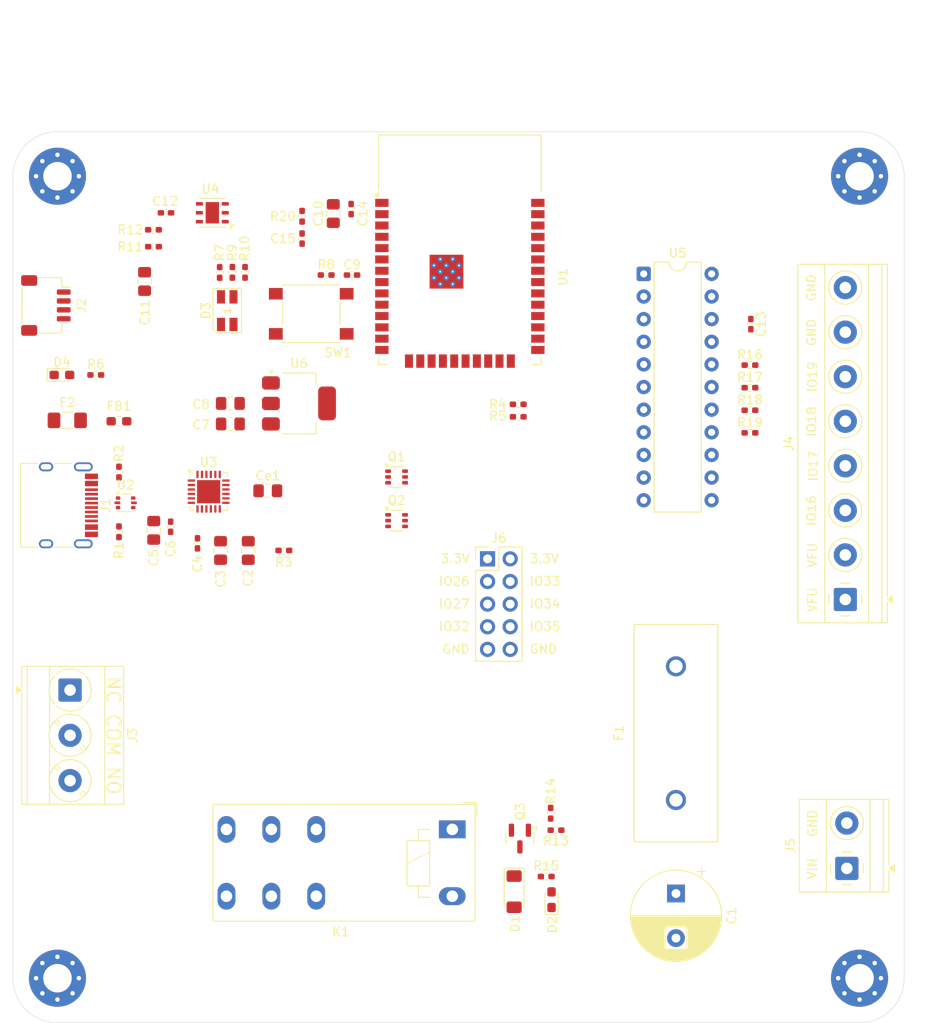
<source format=kicad_pcb>
(kicad_pcb (version 20241229) (generator "pcbnew") (generator_version "9.0")
  (layers (0 "F.Cu" signal) (4 "In1.Cu" signal) (6 "In2.Cu" signal) (2 "B.Cu" signal) (13 "F.Paste" user) (15 "B.Paste" user) (5 "F.SilkS" user "F.Silkscreen") (7 "B.SilkS" user "B.Silkscreen") (1 "F.Mask" user) (3 "B.Mask" user) (25 "Edge.Cuts" user))
  (net 0 "")
  (net 1 "Net-(J5-Pin_1)")
  (net 2 "GND")
  (net 3 "+5V")
  (net 4 "+3.3VA")
  (net 5 "+3.3V")
  (net 6 "/SW")
  (net 7 "Net-(C15-Pad1)")
  (net 8 "Net-(U3-VPP)")
  (net 9 "Net-(D1-A)")
  (net 10 "Net-(D2-A)")
  (net 11 "Net-(D3-BK)")
  (net 12 "Net-(D3-RK)")
  (net 13 "Net-(D3-GK)")
  (net 14 "Net-(D4-A)")
  (net 15 "Net-(J4-Pin_1)")
  (net 16 "Net-(F2-Pad1)")
  (net 17 "+5VP")
  (net 18 "Net-(J1-D--PadA7)")
  (net 19 "Net-(J1-CC1)")
  (net 22 "Net-(J1-D+-PadA6)")
  (net 23 "Net-(J1-CC2)")
  (net 24 "/SCL")
  (net 25 "/SDA")
  (net 26 "Net-(J3-Pin_2)")
  (net 27 "Net-(J3-Pin_3)")
  (net 28 "Net-(J3-Pin_1)")
  (net 29 "Net-(J4-Pin_5)")
  (net 30 "Net-(J4-Pin_4)")
  (net 31 "Net-(J4-Pin_3)")
  (net 32 "Net-(J4-Pin_6)")
  (net 33 "/GPIO34")
  (net 34 "/GPIO35")
  (net 35 "/GPIO32")
  (net 36 "/GPIO26")
  (net 37 "/GPIO27")
  (net 38 "/GPIO33")
  (net 39 "/RTS")
  (net 40 "/IO0")
  (net 41 "/DTR")
  (net 42 "Net-(Q3-B)")
  (net 43 "Net-(U3-~{RST})")
  (net 44 "Net-(U3-TXD)")
  (net 45 "/RX")
  (net 46 "Net-(U3-RXD)")
  (net 47 "/TX")
  (net 48 "/LED_R")
  (net 49 "/LED_G")
  (net 50 "/LED_B")
  (net 51 "/RELAY")
  (net 52 "Net-(U5-B0)")
  (net 53 "Net-(U5-B1)")
  (net 54 "Net-(U5-B2)")
  (net 55 "Net-(U5-B3)")
  (net 67 "/LEDSTR3")
  (net 68 "/LEDSTR4")
  (net 70 "/LEDSTR1")
  (net 71 "/LEDSTR2")
  (net 73 "Net-(U3-D+)")
  (net 74 "Net-(U3-D-)")
  (footprint "MountingHole:MountingHole_3.2mm_M3_Pad_Via" (layer "F.Cu") (at 63.6 142.5)
    (property "Reference" "H3" (hide yes))
    (property "Value" "Hole_Pad")
    (pad "1" thru_hole circle (at -2.4 0) (size 0.8 0.8) (drill 0.5) (layers "*.Cu" "*.Mask") (net 2 "GND"))
    (pad "1" thru_hole circle (at -1.697056 -1.697056) (size 0.8 0.8) (drill 0.5) (layers "*.Cu" "*.Mask") (net 2 "GND"))
    (pad "1" thru_hole circle (at -1.697056 1.697056) (size 0.8 0.8) (drill 0.5) (layers "*.Cu" "*.Mask") (net 2 "GND"))
    (pad "1" thru_hole circle (at 0 -2.4) (size 0.8 0.8) (drill 0.5) (layers "*.Cu" "*.Mask") (net 2 "GND"))
    (pad "1" thru_hole circle (at 0 0) (size 6.4 6.4) (drill 3.2) (layers "*.Cu" "*.Mask") (net 2 "GND"))
    (pad "1" thru_hole circle (at 0 2.4) (size 0.8 0.8) (drill 0.5) (layers "*.Cu" "*.Mask") (net 2 "GND"))
    (pad "1" thru_hole circle (at 1.697056 -1.697056) (size 0.8 0.8) (drill 0.5) (layers "*.Cu" "*.Mask") (net 2 "GND"))
    (pad "1" thru_hole circle (at 1.697056 1.697056) (size 0.8 0.8) (drill 0.5) (layers "*.Cu" "*.Mask") (net 2 "GND"))
    (pad "1" thru_hole circle (at 2.4 0) (size 0.8 0.8) (drill 0.5) (layers "*.Cu" "*.Mask") (net 2 "GND"))
  )
  (footprint "Relay_THT:Relay_SPDT_Schrack-RT1-16A-FormC_RM5mm" (layer "F.Cu") (at 107.9 125.8 180)
    (property "Reference" "K1" (at 12.5 -11.5 0) (layer "F.SilkS"))
    (property "Value" "RT314A05")
    (pad "11" thru_hole oval (at 20.3 -7.5) (size 2 3) (drill 1.3) (layers "*.Cu" "*.Mask") (net 26 "Net-(J3-Pin_2)"))
    (pad "11" thru_hole oval (at 20.3 0) (size 2 3) (drill 1.3) (layers "*.Cu" "*.Mask") (net 26 "Net-(J3-Pin_2)"))
    (pad "12" thru_hole oval (at 15.26 -7.5) (size 2 3) (drill 1.3) (layers "*.Cu" "*.Mask") (net 28 "Net-(J3-Pin_1)"))
    (pad "12" thru_hole oval (at 15.26 0) (size 2 3) (drill 1.3) (layers "*.Cu" "*.Mask") (net 28 "Net-(J3-Pin_1)"))
    (pad "14" thru_hole oval (at 25.34 -7.5) (size 2 3) (drill 1.3) (layers "*.Cu" "*.Mask") (net 27 "Net-(J3-Pin_3)"))
    (pad "14" thru_hole oval (at 25.34 0) (size 2 3) (drill 1.3) (layers "*.Cu" "*.Mask") (net 27 "Net-(J3-Pin_3)"))
    (pad "A1" thru_hole rect (at 0 0) (size 3 2) (drill 1.3) (layers "*.Cu" "*.Mask") (net 3 "+5V"))
    (pad "A2" thru_hole oval (at 0 -7.5) (size 3 2) (drill 1.3) (layers "*.Cu" "*.Mask") (net 9 "Net-(D1-A)"))
  )
  (footprint "TerminalBlock_Phoenix:TerminalBlock_Phoenix_MKDS-1,5-8_1x08_P5.00mm_Horizontal" (layer "F.Cu") (at 152 100 90)
    (property "Reference" "J4" (at 17.5 -6.32 90) (layer "F.SilkS"))
    (property "Value" "Screw_Terminal_01x08")
    (pad "1" thru_hole roundrect (at 0 0 90) (size 2.6 2.6) (drill 1.3) (layers "*.Cu" "*.Mask") (roundrect_rratio 0.096154) (net 15 "Net-(J4-Pin_1)"))
    (pad "2" thru_hole circle (at 5 0 90) (size 2.6 2.6) (drill 1.3) (layers "*.Cu" "*.Mask") (net 15 "Net-(J4-Pin_1)"))
    (pad "3" thru_hole circle (at 10 0 90) (size 2.6 2.6) (drill 1.3) (layers "*.Cu" "*.Mask") (net 31 "Net-(J4-Pin_3)"))
    (pad "4" thru_hole circle (at 15 0 90) (size 2.6 2.6) (drill 1.3) (layers "*.Cu" "*.Mask") (net 30 "Net-(J4-Pin_4)"))
    (pad "5" thru_hole circle (at 20 0 90) (size 2.6 2.6) (drill 1.3) (layers "*.Cu" "*.Mask") (net 29 "Net-(J4-Pin_5)"))
    (pad "6" thru_hole circle (at 25 0 90) (size 2.6 2.6) (drill 1.3) (layers "*.Cu" "*.Mask") (net 32 "Net-(J4-Pin_6)"))
    (pad "7" thru_hole circle (at 30 0 90) (size 2.6 2.6) (drill 1.3) (layers "*.Cu" "*.Mask") (net 2 "GND"))
    (pad "8" thru_hole circle (at 35 0 90) (size 2.6 2.6) (drill 1.3) (layers "*.Cu" "*.Mask") (net 2 "GND"))
  )
  (footprint "Connector_USB:USB_C_Receptacle_HRO_TYPE-C-31-M-12" (layer "F.Cu") (at 63.3725 89.4325 -90)
    (property "Reference" "J1" (at 0 -5.645 90) (layer "F.SilkS"))
    (property "Value" "USB_C_Receptacle_USB2.0_16P")
    (pad "" np_thru_hole circle (at -2.89 -2.6 270) (size 0.65 0.65) (drill 0.65) (layers "*.Cu" "*.Mask"))
    (pad "" np_thru_hole circle (at 2.89 -2.6 270) (size 0.65 0.65) (drill 0.65) (layers "*.Cu" "*.Mask"))
    (pad "A1" smd rect (at -3.25 -4.045 270) (size 0.6 1.45) (layers "F.Cu" "F.Mask" "F.Paste") (net 2 "GND"))
    (pad "A4" smd rect (at -2.45 -4.045 270) (size 0.6 1.45) (layers "F.Cu" "F.Mask" "F.Paste") (net 17 "+5VP"))
    (pad "A5" smd rect (at -1.25 -4.045 270) (size 0.3 1.45) (layers "F.Cu" "F.Mask" "F.Paste") (net 19 "Net-(J1-CC1)"))
    (pad "A6" smd rect (at -0.25 -4.045 270) (size 0.3 1.45) (layers "F.Cu" "F.Mask" "F.Paste") (net 22 "Net-(J1-D+-PadA6)"))
    (pad "A7" smd rect (at 0.25 -4.045 270) (size 0.3 1.45) (layers "F.Cu" "F.Mask" "F.Paste") (net 18 "Net-(J1-D--PadA7)"))
    (pad "A8" smd rect (at 1.25 -4.045 270) (size 0.3 1.45) (layers "F.Cu" "F.Mask" "F.Paste"))
    (pad "A9" smd rect (at 2.45 -4.045 270) (size 0.6 1.45) (layers "F.Cu" "F.Mask" "F.Paste") (net 17 "+5VP"))
    (pad "A12" smd rect (at 3.25 -4.045 270) (size 0.6 1.45) (layers "F.Cu" "F.Mask" "F.Paste") (net 2 "GND"))
    (pad "B1" smd rect (at 3.25 -4.045 270) (size 0.6 1.45) (layers "F.Cu" "F.Mask" "F.Paste") (net 2 "GND"))
    (pad "B4" smd rect (at 2.45 -4.045 270) (size 0.6 1.45) (layers "F.Cu" "F.Mask" "F.Paste") (net 17 "+5VP"))
    (pad "B5" smd rect (at 1.75 -4.045 270) (size 0.3 1.45) (layers "F.Cu" "F.Mask" "F.Paste") (net 23 "Net-(J1-CC2)"))
    (pad "B6" smd rect (at 0.75 -4.045 270) (size 0.3 1.45) (layers "F.Cu" "F.Mask" "F.Paste") (net 22 "Net-(J1-D+-PadA6)"))
    (pad "B7" smd rect (at -0.75 -4.045 270) (size 0.3 1.45) (layers "F.Cu" "F.Mask" "F.Paste") (net 18 "Net-(J1-D--PadA7)"))
    (pad "B8" smd rect (at -1.75 -4.045 270) (size 0.3 1.45) (layers "F.Cu" "F.Mask" "F.Paste"))
    (pad "B9" smd rect (at -2.45 -4.045 270) (size 0.6 1.45) (layers "F.Cu" "F.Mask" "F.Paste") (net 17 "+5VP"))
    (pad "B12" smd rect (at -3.25 -4.045 270) (size 0.6 1.45) (layers "F.Cu" "F.Mask" "F.Paste") (net 2 "GND"))
    (pad "S1" thru_hole oval (at -4.32 -3.13 270) (size 1 2.1) (drill oval 0.6 1.7) (property pad_prop_heatsink) (layers "*.Cu" "*.Mask") (net 2 "GND"))
    (pad "S1" thru_hole oval (at -4.32 1.05 270) (size 1 1.6) (drill oval 0.6 1.2) (property pad_prop_heatsink) (layers "*.Cu" "*.Mask") (net 2 "GND"))
    (pad "S1" thru_hole oval (at 4.32 -3.13 270) (size 1 2.1) (drill oval 0.6 1.7) (property pad_prop_heatsink) (layers "*.Cu" "*.Mask") (net 2 "GND"))
    (pad "S1" thru_hole oval (at 4.32 1.05 270) (size 1 1.6) (drill oval 0.6 1.2) (property pad_prop_heatsink) (layers "*.Cu" "*.Mask") (net 2 "GND"))
  )
  (footprint "Capacitor_SMD:C_0805_2012Metric_Pad1.18x1.45mm_HandSolder" (layer "F.Cu") (at 94.55 56.69 90)
    (property "Reference" "C10" (at 0 -1.68 90) (layer "F.SilkS"))
    (property "Value" "22u")
    (pad "1" smd roundrect (at -1.0375 0 90) (size 1.175 1.45) (layers "F.Cu" "F.Mask" "F.Paste") (roundrect_rratio 0.212766) (net 5 "+3.3V"))
    (pad "2" smd roundrect (at 1.0375 0 90) (size 1.175 1.45) (layers "F.Cu" "F.Mask" "F.Paste") (roundrect_rratio 0.212766) (net 2 "GND"))
  )
  (footprint "Resistor_SMD:R_0402_1005Metric_Pad0.72x0.64mm_HandSolder" (layer "F.Cu") (at 83.225 63.29 -90)
    (property "Reference" "R9" (at -2.213809 0 90) (layer "F.SilkS"))
    (property "Value" "1K")
    (pad "1" smd roundrect (at -0.5975 0 270) (size 0.715 0.64) (layers "F.Cu" "F.Mask" "F.Paste") (net 49 "/LED_G"))
    (pad "2" smd roundrect (at 0.5975 0 270) (size 0.715 0.64) (layers "F.Cu" "F.Mask" "F.Paste") (net 13 "Net-(D3-GK)"))
  )
  (footprint "Capacitor_SMD:C_0402_1005Metric_Pad0.74x0.62mm_HandSolder" (layer "F.Cu") (at 91.05 59.495 -90)
    (property "Reference" "C15" (at 0.005 2.15 180) (layer "F.SilkS"))
    (property "Value" "100n")
    (pad "1" smd roundrect (at -0.5675 0 270) (size 0.735 0.62) (layers "F.Cu" "F.Mask" "F.Paste") (net 7 "Net-(C15-Pad1)"))
    (pad "2" smd roundrect (at 0.5675 0 270) (size 0.735 0.62) (layers "F.Cu" "F.Mask" "F.Paste") (net 2 "GND"))
  )
  (footprint "MountingHole:MountingHole_3.2mm_M3_Pad_Via" (layer "F.Cu") (at 153.6 52.5)
    (property "Reference" "H2" (hide yes))
    (property "Value" "Hole_Pad")
    (pad "1" thru_hole circle (at -2.4 0) (size 0.8 0.8) (drill 0.5) (layers "*.Cu" "*.Mask") (net 2 "GND"))
    (pad "1" thru_hole circle (at -1.697056 -1.697056) (size 0.8 0.8) (drill 0.5) (layers "*.Cu" "*.Mask") (net 2 "GND"))
    (pad "1" thru_hole circle (at -1.697056 1.697056) (size 0.8 0.8) (drill 0.5) (layers "*.Cu" "*.Mask") (net 2 "GND"))
    (pad "1" thru_hole circle (at 0 -2.4) (size 0.8 0.8) (drill 0.5) (layers "*.Cu" "*.Mask") (net 2 "GND"))
    (pad "1" thru_hole circle (at 0 0) (size 6.4 6.4) (drill 3.2) (layers "*.Cu" "*.Mask") (net 2 "GND"))
    (pad "1" thru_hole circle (at 0 2.4) (size 0.8 0.8) (drill 0.5) (layers "*.Cu" "*.Mask") (net 2 "GND"))
    (pad "1" thru_hole circle (at 1.697056 -1.697056) (size 0.8 0.8) (drill 0.5) (layers "*.Cu" "*.Mask") (net 2 "GND"))
    (pad "1" thru_hole circle (at 1.697056 1.697056) (size 0.8 0.8) (drill 0.5) (layers "*.Cu" "*.Mask") (net 2 "GND"))
    (pad "1" thru_hole circle (at 2.4 0) (size 0.8 0.8) (drill 0.5) (layers "*.Cu" "*.Mask") (net 2 "GND"))
  )
  (footprint "Resistor_SMD:R_0402_1005Metric_Pad0.72x0.64mm_HandSolder" (layer "F.Cu") (at 115.3 79.5)
    (property "Reference" "R5" (at -2.3 -0.1 0) (layer "F.SilkS"))
    (property "Value" "22R")
    (pad "1" smd roundrect (at -0.5975 0) (size 0.715 0.64) (layers "F.Cu" "F.Mask" "F.Paste") (net 46 "Net-(U3-RXD)"))
    (pad "2" smd roundrect (at 0.5975 0) (size 0.715 0.64) (layers "F.Cu" "F.Mask" "F.Paste") (net 47 "/TX"))
  )
  (footprint "Package_TO_SOT_SMD:SOT-363_SC-70-6" (layer "F.Cu") (at 101.65 91.15)
    (property "Reference" "Q2" (at 0 -2.25 0) (layer "F.SilkS"))
    (property "Value" "UMH3N")
    (pad "1" smd roundrect (at -0.95 -0.65) (size 0.65 0.4) (layers "F.Cu" "F.Mask" "F.Paste") (net 5 "+3.3V"))
    (pad "2" smd roundrect (at -0.95 0) (size 0.65 0.4) (layers "F.Cu" "F.Mask" "F.Paste") (net 41 "/DTR"))
    (pad "3" smd roundrect (at -0.95 0.65) (size 0.65 0.4) (layers "F.Cu" "F.Mask" "F.Paste") (net 39 "/RTS"))
    (pad "4" smd roundrect (at 0.95 0.65) (size 0.65 0.4) (layers "F.Cu" "F.Mask" "F.Paste") (net 5 "+3.3V"))
    (pad "5" smd roundrect (at 0.95 0) (size 0.65 0.4) (layers "F.Cu" "F.Mask" "F.Paste") (net 41 "/DTR"))
    (pad "6" smd roundrect (at 0.95 -0.65) (size 0.65 0.4) (layers "F.Cu" "F.Mask" "F.Paste") (net 39 "/RTS"))
  )
  (footprint "Resistor_SMD:R_0402_1005Metric_Pad0.72x0.64mm_HandSolder" (layer "F.Cu") (at 74.375 60.41)
    (property "Reference" "R11" (at -2.6 0 0) (layer "F.SilkS"))
    (property "Value" "4u7")
    (pad "1" smd roundrect (at -0.5975 0) (size 0.715 0.64) (layers "F.Cu" "F.Mask" "F.Paste") (net 5 "+3.3V"))
    (pad "2" smd roundrect (at 0.5975 0) (size 0.715 0.64) (layers "F.Cu" "F.Mask" "F.Paste") (net 25 "/SDA"))
  )
  (footprint "Capacitor_SMD:C_0402_1005Metric_Pad0.74x0.62mm_HandSolder" (layer "F.Cu") (at 141.4 69.1 -90)
    (property "Reference" "C13" (at 0 -1.16 90) (layer "F.SilkS"))
    (property "Value" "100n")
    (pad "1" smd roundrect (at -0.5675 0 270) (size 0.735 0.62) (layers "F.Cu" "F.Mask" "F.Paste") (net 3 "+5V"))
    (pad "2" smd roundrect (at 0.5675 0 270) (size 0.735 0.62) (layers "F.Cu" "F.Mask" "F.Paste") (net 2 "GND"))
  )
  (footprint "Resistor_SMD:R_0402_1005Metric_Pad0.72x0.64mm_HandSolder" (layer "F.Cu") (at 118.44 131.09 180)
    (property "Reference" "R15" (at 0 1.2 0) (layer "F.SilkS"))
    (property "Value" "1K")
    (pad "1" smd roundrect (at -0.5975 0 180) (size 0.715 0.64) (layers "F.Cu" "F.Mask" "F.Paste") (net 10 "Net-(D2-A)"))
    (pad "2" smd roundrect (at 0.5975 0 180) (size 0.715 0.64) (layers "F.Cu" "F.Mask" "F.Paste") (net 3 "+5V"))
  )
  (footprint "Capacitor_SMD:C_0805_2012Metric_Pad1.18x1.45mm_HandSolder" (layer "F.Cu") (at 83 80.3 180)
    (property "Reference" "C7" (at 3.3 -0.1 0) (layer "F.SilkS"))
    (property "Value" "22u")
    (pad "1" smd roundrect (at -1.0375 0 180) (size 1.175 1.45) (layers "F.Cu" "F.Mask" "F.Paste") (roundrect_rratio 0.212766) (net 3 "+5V"))
    (pad "2" smd roundrect (at 1.0375 0 180) (size 1.175 1.45) (layers "F.Cu" "F.Mask" "F.Paste") (roundrect_rratio 0.212766) (net 2 "GND"))
  )
  (footprint "Resistor_SMD:R_0402_1005Metric_Pad0.72x0.64mm_HandSolder" (layer "F.Cu") (at 141.3 78.766667)
    (property "Reference" "R18" (at 0 -1.17 0) (layer "F.SilkS"))
    (property "Value" "22R")
    (pad "1" smd roundrect (at -0.5975 0) (size 0.715 0.64) (layers "F.Cu" "F.Mask" "F.Paste") (net 54 "Net-(U5-B2)"))
    (pad "2" smd roundrect (at 0.5975 0) (size 0.715 0.64) (layers "F.Cu" "F.Mask" "F.Paste") (net 29 "Net-(J4-Pin_5)"))
  )
  (footprint "Resistor_SMD:R_0402_1005Metric_Pad0.72x0.64mm_HandSolder" (layer "F.Cu") (at 118.94 123.99 -90)
    (property "Reference" "R14" (at -2.5 0 90) (layer "F.SilkS"))
    (property "Value" "1K")
    (pad "1" smd roundrect (at -0.5975 0 270) (size 0.715 0.64) (layers "F.Cu" "F.Mask" "F.Paste") (net 51 "/RELAY"))
    (pad "2" smd roundrect (at 0.5975 0 270) (size 0.715 0.64) (layers "F.Cu" "F.Mask" "F.Paste") (net 42 "Net-(Q3-B)"))
  )
  (footprint "Capacitor_SMD:C_0402_1005Metric_Pad0.74x0.62mm_HandSolder" (layer "F.Cu") (at 79.31 93.7 -90)
    (property "Reference" "C4" (at 2.3 0.01 90) (layer "F.SilkS"))
    (property "Value" "100n")
    (pad "1" smd roundrect (at -0.5675 0 270) (size 0.735 0.62) (layers "F.Cu" "F.Mask" "F.Paste") (net 3 "+5V"))
    (pad "2" smd roundrect (at 0.5675 0 270) (size 0.735 0.62) (layers "F.Cu" "F.Mask" "F.Paste") (net 2 "GND"))
  )
  (footprint "MountingHole:MountingHole_3.2mm_M3_Pad_Via" (layer "F.Cu") (at 153.6 142.5)
    (property "Reference" "H4" (hide yes))
    (property "Value" "Hole_Pad")
    (pad "1" thru_hole circle (at -2.4 0) (size 0.8 0.8) (drill 0.5) (layers "*.Cu" "*.Mask") (net 2 "GND"))
    (pad "1" thru_hole circle (at -1.697056 -1.697056) (size 0.8 0.8) (drill 0.5) (layers "*.Cu" "*.Mask") (net 2 "GND"))
    (pad "1" thru_hole circle (at -1.697056 1.697056) (size 0.8 0.8) (drill 0.5) (layers "*.Cu" "*.Mask") (net 2 "GND"))
    (pad "1" thru_hole circle (at 0 -2.4) (size 0.8 0.8) (drill 0.5) (layers "*.Cu" "*.Mask") (net 2 "GND"))
    (pad "1" thru_hole circle (at 0 0) (size 6.4 6.4) (drill 3.2) (layers "*.Cu" "*.Mask") (net 2 "GND"))
    (pad "1" thru_hole circle (at 0 2.4) (size 0.8 0.8) (drill 0.5) (layers "*.Cu" "*.Mask") (net 2 "GND"))
    (pad "1" thru_hole circle (at 1.697056 -1.697056) (size 0.8 0.8) (drill 0.5) (layers "*.Cu" "*.Mask") (net 2 "GND"))
    (pad "1" thru_hole circle (at 1.697056 1.697056) (size 0.8 0.8) (drill 0.5) (layers "*.Cu" "*.Mask") (net 2 "GND"))
    (pad "1" thru_hole circle (at 2.4 0) (size 0.8 0.8) (drill 0.5) (layers "*.Cu" "*.Mask") (net 2 "GND"))
  )
  (footprint "Capacitor_SMD:C_0805_2012Metric_Pad1.18x1.45mm_HandSolder" (layer "F.Cu") (at 74.4 92.2375 -90)
    (property "Reference" "C5" (at 3.0625 0 90) (layer "F.SilkS"))
    (property "Value" "22u")
    (pad "1" smd roundrect (at -1.0375 0 270) (size 1.175 1.45) (layers "F.Cu" "F.Mask" "F.Paste") (roundrect_rratio 0.212766) (net 4 "+3.3VA"))
    (pad "2" smd roundrect (at 1.0375 0 270) (size 1.175 1.45) (layers "F.Cu" "F.Mask" "F.Paste") (roundrect_rratio 0.212766) (net 2 "GND"))
  )
  (footprint "Package_TO_SOT_SMD:SOT-666" (layer "F.Cu") (at 71.25 89.1525)
    (property "Reference" "U2" (at 0 -2 0) (layer "F.SilkS"))
    (property "Value" "USBLC6-2P6")
    (pad "1" smd roundrect (at -0.85 -0.5375) (size 0.5 0.375) (layers "F.Cu" "F.Mask" "F.Paste") (net 74 "Net-(U3-D-)"))
    (pad "2" smd roundrect (at -0.925 0) (size 0.65 0.3) (layers "F.Cu" "F.Mask" "F.Paste") (net 2 "GND"))
    (pad "3" smd roundrect (at -0.85 0.5375) (size 0.5 0.375) (layers "F.Cu" "F.Mask" "F.Paste") (net 18 "Net-(J1-D--PadA7)"))
    (pad "4" smd roundrect (at 0.85 0.5375) (size 0.5 0.375) (layers "F.Cu" "F.Mask" "F.Paste") (net 22 "Net-(J1-D+-PadA6)"))
    (pad "5" smd roundrect (at 0.925 0) (size 0.65 0.3) (layers "F.Cu" "F.Mask" "F.Paste") (net 3 "+5V"))
    (pad "6" smd roundrect (at 0.85 -0.5375) (size 0.5 0.375) (layers "F.Cu" "F.Mask" "F.Paste") (net 73 "Net-(U3-D+)"))
  )
  (footprint "Resistor_SMD:R_0402_1005Metric_Pad0.72x0.64mm_HandSolder" (layer "F.Cu") (at 141.3 76.233333)
    (property "Reference" "R17" (at 0 -1.17 0) (layer "F.SilkS"))
    (property "Value" "22R")
    (pad "1" smd roundrect (at -0.5975 0) (size 0.715 0.64) (layers "F.Cu" "F.Mask" "F.Paste") (net 53 "Net-(U5-B1)"))
    (pad "2" smd roundrect (at 0.5975 0) (size 0.715 0.64) (layers "F.Cu" "F.Mask" "F.Paste") (net 30 "Net-(J4-Pin_4)"))
  )
  (footprint "Resistor_SMD:R_0402_1005Metric_Pad0.72x0.64mm_HandSolder" (layer "F.Cu") (at 70.5 85.7 90)
    (property "Reference" "R2" (at 2.1 0 90) (layer "F.SilkS"))
    (property "Value" "5K")
    (pad "1" smd roundrect (at -0.5975 0 90) (size 0.715 0.64) (layers "F.Cu" "F.Mask" "F.Paste") (net 19 "Net-(J1-CC1)"))
    (pad "2" smd roundrect (at 0.5975 0 90) (size 0.715 0.64) (layers "F.Cu" "F.Mask" "F.Paste") (net 2 "GND"))
  )
  (footprint "Resistor_SMD:R_0402_1005Metric_Pad0.72x0.64mm_HandSolder" (layer "F.Cu") (at 119.54 125.89)
    (property "Reference" "R13" (at 0 1.2 0) (layer "F.SilkS"))
    (property "Value" "10K")
    (pad "1" smd roundrect (at -0.5975 0) (size 0.715 0.64) (layers "F.Cu" "F.Mask" "F.Paste") (net 42 "Net-(Q3-B)"))
    (pad "2" smd roundrect (at 0.5975 0) (size 0.715 0.64) (layers "F.Cu" "F.Mask" "F.Paste") (net 2 "GND"))
  )
  (footprint "Resistor_SMD:R_0402_1005Metric_Pad0.72x0.64mm_HandSolder" (layer "F.Cu") (at 89 94.5 180)
    (property "Reference" "R3" (at 0 -1.3 0) (layer "F.SilkS"))
    (property "Value" "10K")
    (pad "1" smd roundrect (at -0.5975 0 180) (size 0.715 0.64) (layers "F.Cu" "F.Mask" "F.Paste") (net 4 "+3.3VA"))
    (pad "2" smd roundrect (at 0.5975 0 180) (size 0.715 0.64) (layers "F.Cu" "F.Mask" "F.Paste") (net 43 "Net-(U3-~{RST})"))
  )
  (footprint "Resistor_SMD:R_0402_1005Metric_Pad0.72x0.64mm_HandSolder" (layer "F.Cu") (at 81.8 63.3 -90)
    (property "Reference" "R7" (at -2.223809 0 90) (layer "F.SilkS"))
    (property "Value" "1K")
    (pad "1" smd roundrect (at -0.5975 0 270) (size 0.715 0.64) (layers "F.Cu" "F.Mask" "F.Paste") (net 48 "/LED_R"))
    (pad "2" smd roundrect (at 0.5975 0 270) (size 0.715 0.64) (layers "F.Cu" "F.Mask" "F.Paste") (net 12 "Net-(D3-RK)"))
  )
  (footprint "LED_SMD:LED_0603_1608Metric_Pad1.05x0.95mm_HandSolder" (layer "F.Cu") (at 64.1 74.8)
    (property "Reference" "D4" (at 0 -1.43 0) (layer "F.SilkS"))
    (property "Value" "LED")
    (pad "1" smd roundrect (at -0.875 0) (size 1.05 0.95) (layers "F.Cu" "F.Mask" "F.Paste") (net 2 "GND"))
    (pad "2" smd roundrect (at 0.875 0) (size 1.05 0.95) (layers "F.Cu" "F.Mask" "F.Paste") (net 14 "Net-(D4-A)"))
  )
  (footprint "Capacitor_THT:CP_Radial_D10.0mm_P5.00mm" (layer "F.Cu") (at 133 133 -90)
    (property "Reference" "C1" (at 2.5 -6.25 90) (layer "F.SilkS"))
    (property "Value" "1000U/25V")
    (pad "1" thru_hole rect (at 0 0 270) (size 2 2) (drill 1) (layers "*.Cu" "*.Mask") (net 1 "Net-(J5-Pin_1)"))
    (pad "2" thru_hole circle (at 5 0 270) (size 2 2) (drill 1) (layers "*.Cu" "*.Mask") (net 2 "GND"))
  )
  (footprint "Fuse:Fuse_1206_3216Metric_Pad1.42x1.75mm_HandSolder" (layer "F.Cu") (at 64.7 79.9 180)
    (property "Reference" "F2" (at 0 2 0) (layer "F.SilkS"))
    (property "Value" "Polyfuse_Small")
    (pad "1" smd roundrect (at -1.4875 0 180) (size 1.425 1.75) (layers "F.Cu" "F.Mask" "F.Paste") (roundrect_rratio 0.175439) (net 16 "Net-(F2-Pad1)"))
    (pad "2" smd roundrect (at 1.4875 0 180) (size 1.425 1.75) (layers "F.Cu" "F.Mask" "F.Paste") (roundrect_rratio 0.175439) (net 3 "+5V"))
  )
  (footprint "Diode_SMD:D_MiniMELF" (layer "F.Cu") (at 114.84 132.79 -90)
    (property "Reference" "D1" (at 3.6 -0.1 90) (layer "F.SilkS"))
    (property "Value" "LL4148")
    (pad "1" smd roundrect (at -1.75 0 270) (size 1.3 1.7) (layers "F.Cu" "F.Mask" "F.Paste") (roundrect_rratio 0.1923076923) (net 3 "+5V"))
    (pad "2" smd roundrect (at 1.75 0 270) (size 1.3 1.7) (layers "F.Cu" "F.Mask" "F.Paste") (roundrect_rratio 0.1923076923) (net 9 "Net-(D1-A)"))
  )
  (footprint "Inductor_SMD:L_0603_1608Metric_Pad1.05x0.95mm_HandSolder" (layer "F.Cu") (at 70.5 80)
    (property "Reference" "FB1" (at 0 -1.7 0) (layer "F.SilkS"))
    (property "Value" "BLM21PG221")
    (pad "1" smd roundrect (at -0.875 0) (size 1.05 0.95) (layers "F.Cu" "F.Mask" "F.Paste") (net 16 "Net-(F2-Pad1)"))
    (pad "2" smd roundrect (at 0.875 0) (size 1.05 0.95) (layers "F.Cu" "F.Mask" "F.Paste") (net 17 "+5VP"))
  )
  (footprint "TerminalBlock_Phoenix:TerminalBlock_Phoenix_MKDS-3-3-5.08_1x03_P5.08mm_Horizontal" (layer "F.Cu") (at 65.0125 110.165 -90)
    (property "Reference" "J3" (at 5.08 -7.02 90) (layer "F.SilkS"))
    (property "Value" "Screw_Terminal_01x03")
    (pad "1" thru_hole roundrect (at 0 0 270) (size 2.6 2.6) (drill 1.3) (layers "*.Cu" "*.Mask") (roundrect_rratio 0.096154) (net 28 "Net-(J3-Pin_1)"))
    (pad "2" thru_hole circle (at 5.08 0 270) (size 2.6 2.6) (drill 1.3) (layers "*.Cu" "*.Mask") (net 26 "Net-(J3-Pin_2)"))
    (pad "3" thru_hole circle (at 10.16 0 270) (size 2.6 2.6) (drill 1.3) (layers "*.Cu" "*.Mask") (net 27 "Net-(J3-Pin_3)"))
  )
  (footprint "Package_TO_SOT_SMD:SOT-363_SC-70-6" (layer "F.Cu") (at 101.65 86.25)
    (property "Reference" "Q1" (at 0 -2.25 0) (layer "F.SilkS"))
    (property "Value" "UMH3N")
    (pad "1" smd roundrect (at -0.95 -0.65) (size 0.65 0.4) (layers "F.Cu" "F.Mask" "F.Paste") (net 41 "/DTR"))
    (pad "2" smd roundrect (at -0.95 0) (size 0.65 0.4) (layers "F.Cu" "F.Mask" "F.Paste") (net 39 "/RTS"))
    (pad "3" smd roundrect (at -0.95 0.65) (size 0.65 0.4) (layers "F.Cu" "F.Mask" "F.Paste") (net 40 "/IO0"))
    (pad "4" smd roundrect (at 0.95 0.65) (size 0.65 0.4) (layers "F.Cu" "F.Mask" "F.Paste") (net 41 "/DTR"))
    (pad "5" smd roundrect (at 0.95 0) (size 0.65 0.4) (layers "F.Cu" "F.Mask" "F.Paste") (net 39 "/RTS"))
    (pad "6" smd roundrect (at 0.95 -0.65) (size 0.65 0.4) (layers "F.Cu" "F.Mask" "F.Paste") (net 40 "/IO0"))
  )
  (footprint "Package_DIP:DIP-22_W7.62mm" (layer "F.Cu") (at 129.38 63.46)
    (property "Reference" "U5" (at 3.81 -2.33 0) (layer "F.SilkS"))
    (property "Value" "74AHCT245")
    (pad "1" thru_hole roundrect (at 0 0) (size 1.6 1.6) (drill 0.8) (layers "*.Cu" "*.Mask") (roundrect_rratio 0.15625) (net 3 "+5V"))
    (pad "2" thru_hole circle (at 0 2.54) (size 1.6 1.6) (drill 0.8) (layers "*.Cu" "*.Mask") (net 70 "/LEDSTR1"))
    (pad "3" thru_hole circle (at 0 5.08) (size 1.6 1.6) (drill 0.8) (layers "*.Cu" "*.Mask") (net 71 "/LEDSTR2"))
    (pad "4" thru_hole circle (at 0 7.62) (size 1.6 1.6) (drill 0.8) (layers "*.Cu" "*.Mask") (net 67 "/LEDSTR3"))
    (pad "5" thru_hole circle (at 0 10.16) (size 1.6 1.6) (drill 0.8) (layers "*.Cu" "*.Mask") (net 68 "/LEDSTR4"))
    (pad "6" thru_hole circle (at 0 12.7) (size 1.6 1.6) (drill 0.8) (layers "*.Cu" "*.Mask") (net 2 "GND"))
    (pad "7" thru_hole circle (at 0 15.24) (size 1.6 1.6) (drill 0.8) (layers "*.Cu" "*.Mask") (net 2 "GND"))
    (pad "8" thru_hole circle (at 0 17.78) (size 1.6 1.6) (drill 0.8) (layers "*.Cu" "*.Mask") (net 2 "GND"))
    (pad "9" thru_hole circle (at 0 20.32) (size 1.6 1.6) (drill 0.8) (layers "*.Cu" "*.Mask") (net 2 "GND"))
    (pad "10" thru_hole circle (at 0 22.86) (size 1.6 1.6) (drill 0.8) (layers "*.Cu" "*.Mask") (net 2 "GND"))
    (pad "11" thru_hole circle (at 0 25.4) (size 1.6 1.6) (drill 0.8) (layers "*.Cu" "*.Mask"))
    (pad "12" thru_hole circle (at 7.62 25.4) (size 1.6 1.6) (drill 0.8) (layers "*.Cu" "*.Mask"))
    (pad "13" thru_hole circle (at 7.62 22.86) (size 1.6 1.6) (drill 0.8) (layers "*.Cu" "*.Mask"))
    (pad "14" thru_hole circle (at 7.62 20.32) (size 1.6 1.6) (drill 0.8) (layers "*.Cu" "*.Mask"))
    (pad "15" thru_hole circle (at 7.62 17.78) (size 1.6 1.6) (drill 0.8) (layers "*.Cu" "*.Mask") (net 55 "Net-(U5-B3)"))
    (pad "16" thru_hole circle (at 7.62 15.24) (size 1.6 1.6) (drill 0.8) (layers "*.Cu" "*.Mask") (net 54 "Net-(U5-B2)"))
    (pad "17" thru_hole circle (at 7.62 12.7) (size 1.6 1.6) (drill 0.8) (layers "*.Cu" "*.Mask") (net 53 "Net-(U5-B1)"))
    (pad "18" thru_hole circle (at 7.62 10.16) (size 1.6 1.6) (drill 0.8) (layers "*.Cu" "*.Mask") (net 52 "Net-(U5-B0)"))
    (pad "19" thru_hole circle (at 7.62 7.62) (size 1.6 1.6) (drill 0.8) (layers "*.Cu" "*.Mask") (net 2 "GND"))
    (pad "20" thru_hole circle (at 7.62 5.08) (size 1.6 1.6) (drill 0.8) (layers "*.Cu" "*.Mask") (net 3 "+5V"))
    (pad "21" thru_hole circle (at 7.62 2.54) (size 1.6 1.6) (drill 0.8) (layers "*.Cu" "*.Mask"))
    (pad "22" thru_hole circle (at 7.62 0) (size 1.6 1.6) (drill 0.8) (layers "*.Cu" "*.Mask"))
  )
  (footprint "Capacitor_SMD:C_0402_1005Metric_Pad0.74x0.62mm_HandSolder" (layer "F.Cu") (at 75.775 56.61 180)
    (property "Reference" "C12" (at 0.1 1.3 0) (layer "F.SilkS"))
    (property "Value" "100n")
    (pad "1" smd roundrect (at -0.5675 0 180) (size 0.735 0.62) (layers "F.Cu" "F.Mask" "F.Paste") (net 5 "+3.3V"))
    (pad "2" smd roundrect (at 0.5675 0 180) (size 0.735 0.62) (layers "F.Cu" "F.Mask" "F.Paste") (net 2 "GND"))
  )
  (footprint "Resistor_SMD:R_0402_1005Metric_Pad0.72x0.64mm_HandSolder" (layer "F.Cu") (at 91.05 56.9925 -90)
    (property "Reference" "R20" (at 0.0075 2.15 180) (layer "F.SilkS"))
    (property "Value" "10K")
    (pad "1" smd roundrect (at -0.5975 0 270) (size 0.715 0.64) (layers "F.Cu" "F.Mask" "F.Paste") (net 5 "+3.3V"))
    (pad "2" smd roundrect (at 0.5975 0 270) (size 0.715 0.64) (layers "F.Cu" "F.Mask" "F.Paste") (net 7 "Net-(C15-Pad1)"))
  )
  (footprint "Resistor_SMD:R_0402_1005Metric_Pad0.72x0.64mm_HandSolder" (layer "F.Cu") (at 74.375 58.51)
    (property "Reference" "R12" (at -2.6 0 0) (layer "F.SilkS"))
    (property "Value" "4u7")
    (pad "1" smd roundrect (at -0.5975 0) (size 0.715 0.64) (layers "F.Cu" "F.Mask" "F.Paste") (net 5 "+3.3V"))
    (pad "2" smd roundrect (at 0.5975 0) (size 0.715 0.64) (layers "F.Cu" "F.Mask" "F.Paste") (net 24 "/SCL"))
  )
  (footprint "Capacitor_SMD:C_0805_2012Metric_Pad1.18x1.45mm_HandSolder" (layer "F.Cu") (at 73.375 64.31 -90)
    (property "Reference" "C11" (at 3.49 -0.025 90) (layer "F.SilkS"))
    (property "Value" "22u")
    (pad "1" smd roundrect (at -1.0375 0 270) (size 1.175 1.45) (layers "F.Cu" "F.Mask" "F.Paste") (roundrect_rratio 0.212766) (net 5 "+3.3V"))
    (pad "2" smd roundrect (at 1.0375 0 270) (size 1.175 1.45) (layers "F.Cu" "F.Mask" "F.Paste") (roundrect_rratio 0.212766) (net 2 "GND"))
  )
  (footprint "Capacitor_SMD:C_0402_1005Metric_Pad0.74x0.62mm_HandSolder" (layer "F.Cu") (at 96.55 56.19 90)
    (property "Reference" "C14" (at -0.5 1.3 90) (layer "F.SilkS"))
    (property "Value" "100n")
    (pad "1" smd roundrect (at -0.5675 0 90) (size 0.735 0.62) (layers "F.Cu" "F.Mask" "F.Paste") (net 5 "+3.3V"))
    (pad "2" smd roundrect (at 0.5675 0 90) (size 0.735 0.62) (layers "F.Cu" "F.Mask" "F.Paste") (net 2 "GND"))
  )
  (footprint "Capacitor_SMD:C_0805_2012Metric_Pad1.18x1.45mm_HandSolder" (layer "F.Cu") (at 81.9 94.5 -90)
    (property "Reference" "C3" (at 3.2 0 90) (layer "F.SilkS"))
    (property "Value" "4u7")
    (pad "1" smd roundrect (at -1.0375 0 270) (size 1.175 1.45) (layers "F.Cu" "F.Mask" "F.Paste") (roundrect_rratio 0.212766) (net 3 "+5V"))
    (pad "2" smd roundrect (at 1.0375 0 270) (size 1.175 1.45) (layers "F.Cu" "F.Mask" "F.Paste") (roundrect_rratio 0.212766) (net 2 "GND"))
  )
  (footprint "Capacitor_SMD:C_0402_1005Metric_Pad0.74x0.62mm_HandSolder" (layer "F.Cu") (at 96.65 63.59)
    (property "Reference" "C9" (at 0 -1.16 0) (layer "F.SilkS"))
    (property "Value" "100n")
    (pad "1" smd roundrect (at -0.5675 0) (size 0.735 0.62) (layers "F.Cu" "F.Mask" "F.Paste") (net 6 "/SW"))
    (pad "2" smd roundrect (at 0.5675 0) (size 0.735 0.62) (layers "F.Cu" "F.Mask" "F.Paste") (net 2 "GND"))
  )
  (footprint "Resistor_SMD:R_0402_1005Metric_Pad0.72x0.64mm_HandSolder" (layer "F.Cu") (at 141.3 81.3)
    (property "Reference" "R19" (at 0 -1.17 0) (layer "F.SilkS"))
    (property "Value" "22R")
    (pad "1" smd roundrect (at -0.5975 0) (size 0.715 0.64) (layers "F.Cu" "F.Mask" "F.Paste") (net 55 "Net-(U5-B3)"))
    (pad "2" smd roundrect (at 0.5975 0) (size 0.715 0.64) (layers "F.Cu" "F.Mask" "F.Paste") (net 32 "Net-(J4-Pin_6)"))
  )
  (footprint "Resistor_SMD:R_0402_1005Metric_Pad0.72x0.64mm_HandSolder" (layer "F.Cu") (at 115.3 78.1)
    (property "Reference" "R4" (at -2.3 0 0) (layer "F.SilkS"))
    (property "Value" "22R")
    (pad "1" smd roundrect (at -0.5975 0) (size 0.715 0.64) (layers "F.Cu" "F.Mask" "F.Paste") (net 44 "Net-(U3-TXD)"))
    (pad "2" smd roundrect (at 0.5975 0) (size 0.715 0.64) (layers "F.Cu" "F.Mask" "F.Paste") (net 45 "/RX"))
  )
  (footprint "Resistor_SMD:R_0402_1005Metric_Pad0.72x0.64mm_HandSolder" (layer "F.Cu") (at 141.3 73.7)
    (property "Reference" "R16" (at 0 -1.17 0) (layer "F.SilkS"))
    (property "Value" "22R")
    (pad "1" smd roundrect (at -0.5975 0) (size 0.715 0.64) (layers "F.Cu" "F.Mask" "F.Paste") (net 52 "Net-(U5-B0)"))
    (pad "2" smd roundrect (at 0.5975 0) (size 0.715 0.64) (layers "F.Cu" "F.Mask" "F.Paste") (net 31 "Net-(J4-Pin_3)"))
  )
  (footprint "RF_Module:ESP32-WROOM-32D" (layer "F.Cu") (at 108.75 63.74)
    (property "Reference" "U1" (at 11.55 0.06 90) (layer "F.SilkS"))
    (property "Value" "ESP32-WROOM-32D")
    (pad "1" smd rect (at -8.75 -8.25) (size 1.5 0.9) (layers "F.Cu" "F.Mask" "F.Paste") (net 2 "GND"))
    (pad "2" smd rect (at -8.75 -6.98) (size 1.5 0.9) (layers "F.Cu" "F.Mask" "F.Paste") (net 5 "+3.3V"))
    (pad "3" smd rect (at -8.75 -5.71) (size 1.5 0.9) (layers "F.Cu" "F.Mask" "F.Paste") (net 5 "+3.3V"))
    (pad "4" smd rect (at -8.75 -4.44) (size 1.5 0.9) (layers "F.Cu" "F.Mask" "F.Paste"))
    (pad "5" smd rect (at -8.75 -3.17) (size 1.5 0.9) (layers "F.Cu" "F.Mask" "F.Paste"))
    (pad "6" smd rect (at -8.75 -1.9) (size 1.5 0.9) (layers "F.Cu" "F.Mask" "F.Paste") (net 33 "/GPIO34"))
    (pad "7" smd rect (at -8.75 -0.63) (size 1.5 0.9) (layers "F.Cu" "F.Mask" "F.Paste") (net 34 "/GPIO35"))
    (pad "8" smd rect (at -8.75 0.64) (size 1.5 0.9) (layers "F.Cu" "F.Mask" "F.Paste") (net 35 "/GPIO32"))
    (pad "9" smd rect (at -8.75 1.91) (size 1.5 0.9) (layers "F.Cu" "F.Mask" "F.Paste") (net 38 "/GPIO33"))
    (pad "10" smd rect (at -8.75 3.18) (size 1.5 0.9) (layers "F.Cu" "F.Mask" "F.Paste") (net 51 "/RELAY"))
    (pad "11" smd rect (at -8.75 4.45) (size 1.5 0.9) (layers "F.Cu" "F.Mask" "F.Paste") (net 36 "/GPIO26"))
    (pad "12" smd rect (at -8.75 5.72) (size 1.5 0.9) (layers "F.Cu" "F.Mask" "F.Paste") (net 37 "/GPIO27"))
    (pad "13" smd rect (at -8.75 6.99) (size 1.5 0.9) (layers "F.Cu" "F.Mask" "F.Paste") (net 50 "/LED_B"))
    (pad "14" smd rect (at -8.75 8.26) (size 1.5 0.9) (layers "F.Cu" "F.Mask" "F.Paste"))
    (pad "15" smd rect (at -5.71 9.51 90) (size 1.5 0.9) (layers "F.Cu" "F.Mask" "F.Paste") (net 2 "GND"))
    (pad "16" smd rect (at -4.44 9.51 90) (size 1.5 0.9) (layers "F.Cu" "F.Mask" "F.Paste") (net 48 "/LED_R"))
    (pad "17" smd rect (at -3.17 9.51 90) (size 1.5 0.9) (layers "F.Cu" "F.Mask" "F.Paste"))
    (pad "18" smd rect (at -1.9 9.51 90) (size 1.5 0.9) (layers "F.Cu" "F.Mask" "F.Paste"))
    (pad "19" smd rect (at -0.63 9.51 90) (size 1.5 0.9) (layers "F.Cu" "F.Mask" "F.Paste"))
    (pad "20" smd rect (at 0.64 9.51 90) (size 1.5 0.9) (layers "F.Cu" "F.Mask" "F.Paste"))
    (pad "21" smd rect (at 1.91 9.51 90) (size 1.5 0.9) (layers "F.Cu" "F.Mask" "F.Paste"))
    (pad "22" smd rect (at 3.18 9.51 90) (size 1.5 0.9) (layers "F.Cu" "F.Mask" "F.Paste"))
    (pad "23" smd rect (at 4.45 9.51 90) (size 1.5 0.9) (layers "F.Cu" "F.Mask" "F.Paste") (net 49 "/LED_G"))
    (pad "24" smd rect (at 5.72 9.51 90) (size 1.5 0.9) (layers "F.Cu" "F.Mask" "F.Paste"))
    (pad "25" smd rect (at 8.75 8.26) (size 1.5 0.9) (layers "F.Cu" "F.Mask" "F.Paste") (net 40 "/IO0"))
    (pad "26" smd rect (at 8.75 6.99) (size 1.5 0.9) (layers "F.Cu" "F.Mask" "F.Paste"))
    (pad "27" smd rect (at 8.75 5.72) (size 1.5 0.9) (layers "F.Cu" "F.Mask" "F.Paste") (net 70 "/LEDSTR1"))
    (pad "28" smd rect (at 8.75 4.45) (size 1.5 0.9) (layers "F.Cu" "F.Mask" "F.Paste") (net 71 "/LEDSTR2"))
    (pad "29" smd rect (at 8.75 3.18) (size 1.5 0.9) (layers "F.Cu" "F.Mask" "F.Paste"))
    (pad "30" smd rect (at 8.75 1.91) (size 1.5 0.9) (layers "F.Cu" "F.Mask" "F.Paste") (net 67 "/LEDSTR3"))
    (pad "31" smd rect (at 8.75 0.64) (size 1.5 0.9) (layers "F.Cu" "F.Mask" "F.Paste") (net 68 "/LEDSTR4"))
    (pad "32" smd rect (at 8.75 -0.63) (size 1.5 0.9) (layers "F.Cu" "F.Mask" "F.Paste"))
    (pad "33" smd rect (at 8.75 -1.9) (size 1.5 0.9) (layers "F.Cu" "F.Mask" "F.Paste") (net 6 "/SW"))
    (pad "34" smd rect (at 8.75 -3.17) (size 1.5 0.9) (layers "F.Cu" "F.Mask" "F.Paste") (net 47 "/TX"))
    (pad "35" smd rect (at 8.75 -4.44) (size 1.5 0.9) (layers "F.Cu" "F.Mask" "F.Paste") (net 45 "/RX"))
    (pad "36" smd rect (at 8.75 -5.71) (size 1.5 0.9) (layers "F.Cu" "F.Mask" "F.Paste") (net 25 "/SDA"))
    (pad "37" smd rect (at 8.75 -6.98) (size 1.5 0.9) (layers "F.Cu" "F.Mask" "F.Paste") (net 24 "/SCL"))
    (pad "38" smd rect (at 8.75 -8.25) (size 1.5 0.9) (layers "F.Cu" "F.Mask" "F.Paste") (net 2 "GND"))
    (pad "39" smd rect (at -2.9 -1.93) (size 0.9 0.9) (layers "F.Cu" "F.Paste") (net 2 "GND"))
    (pad "39" thru_hole circle (at -2.9 -1.23) (size 0.6 0.6) (drill 0.2) (property pad_prop_heatsink) (layers "*.Cu" "F.Mask") (net 2 "GND"))
    (pad "39" smd rect (at -2.9 -0.53) (size 0.9 0.9) (layers "F.Cu" "F.Paste") (net 2 "GND"))
    (pad "39" thru_hole circle (at -2.9 0.17) (size 0.6 0.6) (drill 0.2) (property pad_prop_heatsink) (layers "*.Cu" "F.Mask") (net 2 "GND"))
    (pad "39" smd rect (at -2.9 0.87) (size 0.9 0.9) (layers "F.Cu" "F.Paste") (net 2 "GND"))
    (pad "39" thru_hole circle (at -2.2 -1.93) (size 0.6 0.6) (drill 0.2) (property pad_prop_heatsink) (layers "*.Cu" "F.Mask") (net 2 "GND"))
    (pad "39" thru_hole circle (at -2.2 -0.53) (size 0.6 0.6) (drill 0.2) (property pad_prop_heatsink) (layers "*.Cu" "F.Mask") (net 2 "GND"))
    (pad "39" thru_hole circle (at -2.2 0.87) (size 0.6 0.6) (drill 0.2) (property pad_prop_heatsink) (layers "*.Cu" "F.Mask") (net 2 "GND"))
    (pad "39" thru_hole circle (at -1.525 -1.23) (size 0.6 0.6) (drill 0.2) (property pad_prop_heatsink) (layers "*.Cu" "F.Mask") (net 2 "GND"))
    (pad "39" thru_hole circle (at -1.525 0.17) (size 0.6 0.6) (drill 0.2) (property pad_prop_heatsink) (layers "*.Cu" "F.Mask") (net 2 "GND"))
    (pad "39" smd rect (at -1.5 -1.93) (size 0.9 0.9) (layers "F.Cu" "F.Paste") (net 2 "GND"))
    (pad "39" smd rect (at -1.5 -0.53) (size 0.9 0.9) (layers "F.Cu" "F.Paste") (net 2 "GND"))
    (pad "39" smd rect (at -1.5 -0.53) (size 3.8 3.8) (property pad_prop_heatsink) (layers "F.Cu" "F.Mask") (net 2 "GND"))
    (pad "39" smd rect (at -1.5 0.87) (size 0.9 0.9) (layers "F.Cu" "F.Paste") (net 2 "GND"))
    (pad "39" thru_hole circle (at -0.8 -1.93) (size 0.6 0.6) (drill 0.2) (property pad_prop_heatsink) (layers "*.Cu" "F.Mask") (net 2 "GND"))
    (pad "39" thru_hole circle (at -0.8 -0.53) (size 0.6 0.6) (drill 0.2) (property pad_prop_heatsink) (layers "*.Cu" "F.Mask") (net 2 "GND"))
    (pad "39" thru_hole circle (at -0.8 0.87) (size 0.6 0.6) (drill 0.2) (property pad_prop_heatsink) (layers "*.Cu" "F.Mask") (net 2 "GND"))
    (pad "39" smd rect (at -0.1 -1.93) (size 0.9 0.9) (layers "F.Cu" "F.Paste") (net 2 "GND"))
    (pad "39" thru_hole circle (at -0.1 -1.23) (size 0.6 0.6) (drill 0.2) (property pad_prop_heatsink) (layers "*.Cu" "F.Mask") (net 2 "GND"))
    (pad "39" smd rect (at -0.1 -0.53) (size 0.9 0.9) (layers "F.Cu" "F.Paste") (net 2 "GND"))
    (pad "39" thru_hole circle (at -0.1 0.17) (size 0.6 0.6) (drill 0.2) (property pad_prop_heatsink) (layers "*.Cu" "F.Mask") (net 2 "GND"))
    (pad "39" smd rect (at -0.1 0.87) (size 0.9 0.9) (layers "F.Cu" "F.Paste") (net 2 "GND"))
  )
  (footprint "Resistor_SMD:R_0402_1005Metric_Pad0.72x0.64mm_HandSolder" (layer "F.Cu") (at 84.65 63.29 -90)
    (property "Reference" "R10" (at -2.69 0.05 90) (layer "F.SilkS"))
    (property "Value" "1K")
    (pad "1" smd roundrect (at -0.5975 0 270) (size 0.715 0.64) (layers "F.Cu" "F.Mask" "F.Paste") (net 50 "/LED_B"))
    (pad "2" smd roundrect (at 0.5975 0 270) (size 0.715 0.64) (layers "F.Cu" "F.Mask" "F.Paste") (net 11 "Net-(D3-BK)"))
  )
  (footprint "Package_TO_SOT_SMD:SOT-23" (layer "F.Cu") (at 115.49 126.8275 -90)
    (property "Reference" "Q3" (at -3.0375 -0.05 90) (layer "F.SilkS"))
    (property "Value" "BC817")
    (pad "1" smd roundrect (at -0.9375 -0.95 270) (size 1.475 0.6) (layers "F.Cu" "F.Mask" "F.Paste") (net 42 "Net-(Q3-B)"))
    (pad "2" smd roundrect (at -0.9375 0.95 270) (size 1.475 0.6) (layers "F.Cu" "F.Mask" "F.Paste") (net 2 "GND"))
    (pad "3" smd roundrect (at 0.9375 0 270) (size 1.475 0.6) (layers "F.Cu" "F.Mask" "F.Paste") (net 9 "Net-(D1-A)"))
  )
  (footprint "Connector_JST:JST_SH_SM04B-SRSS-TB_1x04-1MP_P1.00mm_Horizontal" (layer "F.Cu") (at 62.3 67 -90)
    (property "Reference" "J2" (at 0 -3.98 90) (layer "F.SilkS"))
    (property "Value" "Conn_01x04")
    (pad "1" smd roundrect (at -1.5 -2 270) (size 0.6 1.55) (layers "F.Cu" "F.Mask" "F.Paste") (net 2 "GND"))
    (pad "2" smd roundrect (at -0.5 -2 270) (size 0.6 1.55) (layers "F.Cu" "F.Mask" "F.Paste") (net 5 "+3.3V"))
    (pad "3" smd roundrect (at 0.5 -2 270) (size 0.6 1.55) (layers "F.Cu" "F.Mask" "F.Paste") (net 25 "/SDA"))
    (pad "4" smd roundrect (at 1.5 -2 270) (size 0.6 1.55) (layers "F.Cu" "F.Mask" "F.Paste") (net 24 "/SCL"))
    (pad "MP" smd roundrect (at -2.8 1.875 270) (size 1.2 1.8) (layers "F.Cu" "F.Mask" "F.Paste") (roundrect_rratio 0.208333))
    (pad "MP" smd roundrect (at 2.8 1.875 270) (size 1.2 1.8) (layers "F.Cu" "F.Mask" "F.Paste") (roundrect_rratio 0.208333))
  )
  (footprint "Package_TO_SOT_SMD:SOT-223-3_TabPin2" (layer "F.Cu") (at 90.7 78)
    (property "Reference" "U6" (at 0 -4.5 0) (layer "F.SilkS"))
    (property "Value" "TLV117LV-3.3V")
    (pad "1" smd roundrect (at -3.15 -2.3) (size 2 1.5) (layers "F.Cu" "F.Mask" "F.Paste") (net 2 "GND"))
    (pad "2" smd roundrect (at -3.15 0) (size 2 1.5) (layers "F.Cu" "F.Mask" "F.Paste") (net 5 "+3.3V"))
    (pad "2" smd roundrect (at 3.15 0) (size 2 3.8) (layers "F.Cu" "F.Mask" "F.Paste") (net 5 "+3.3V"))
    (pad "3" smd roundrect (at -3.15 2.3) (size 2 1.5) (layers "F.Cu" "F.Mask" "F.Paste") (net 3 "+5V"))
  )
  (footprint "Capacitor_SMD:C_0402_1005Metric_Pad0.74x0.62mm_HandSolder" (layer "F.Cu") (at 76.3 91.8375 -90)
    (property "Reference" "C6" (at 2.4625 0 90) (layer "F.SilkS"))
    (property "Value" "100n")
    (pad "1" smd roundrect (at -0.5675 0 270) (size 0.735 0.62) (layers "F.Cu" "F.Mask" "F.Paste") (net 4 "+3.3VA"))
    (pad "2" smd roundrect (at 0.5675 0 270) (size 0.735 0.62) (layers "F.Cu" "F.Mask" "F.Paste") (net 2 "GND"))
  )
  (footprint "Capacitor_SMD:C_0805_2012Metric_Pad1.18x1.45mm_HandSolder" (layer "F.Cu") (at 85.01 94.5 -90)
    (property "Reference" "C2" (at 3.1 0.01 90) (layer "F.SilkS"))
    (property "Value" "22u")
    (pad "1" smd roundrect (at -1.0375 0 270) (size 1.175 1.45) (layers "F.Cu" "F.Mask" "F.Paste") (roundrect_rratio 0.212766) (net 3 "+5V"))
    (pad "2" smd roundrect (at 1.0375 0 270) (size 1.175 1.45) (layers "F.Cu" "F.Mask" "F.Paste") (roundrect_rratio 0.212766) (net 2 "GND"))
  )
  (footprint "LED_SMD:LED_0603_1608Metric_Pad1.05x0.95mm_HandSolder" (layer "F.Cu") (at 119.04 133.69 90)
    (property "Reference" "D2" (at -2.8 0.1 90) (layer "F.SilkS"))
    (property "Value" "LED")
    (pad "1" smd roundrect (at -0.875 0 90) (size 1.05 0.95) (layers "F.Cu" "F.Mask" "F.Paste") (net 9 "Net-(D1-A)"))
    (pad "2" smd roundrect (at 0.875 0 90) (size 1.05 0.95) (layers "F.Cu" "F.Mask" "F.Paste") (net 10 "Net-(D2-A)"))
  )
  (footprint "Package_DFN_QFN:DFN-6-1EP_3x3mm_P1mm_EP1.5x2.4mm" (layer "F.Cu") (at 80.975 56.6 180)
    (property "Reference" "U4" (at 0.2 2.69 0) (layer "F.SilkS"))
    (property "Value" "Si7021-A20")
    (pad "1" smd roundrect (at -1.45 -1 180) (size 0.8 0.4) (layers "F.Cu" "F.Mask" "F.Paste") (net 25 "/SDA"))
    (pad "2" smd roundrect (at -1.45 0 180) (size 0.8 0.4) (layers "F.Cu" "F.Mask" "F.Paste") (net 2 "GND"))
    (pad "3" smd roundrect (at -1.45 1 180) (size 0.8 0.4) (layers "F.Cu" "F.Mask" "F.Paste"))
    (pad "4" smd roundrect (at 1.45 1 180) (size 0.8 0.4) (layers "F.Cu" "F.Mask" "F.Paste"))
    (pad "5" smd roundrect (at 1.45 0 180) (size 0.8 0.4) (layers "F.Cu" "F.Mask" "F.Paste") (net 5 "+3.3V"))
    (pad "6" smd roundrect (at 1.45 -1 180) (size 0.8 0.4) (layers "F.Cu" "F.Mask" "F.Paste") (net 24 "/SCL"))
    (pad "7" smd rect (at 0 0 180) (size 1.5 2.4) (property pad_prop_heatsink) (layers "F.Cu" "F.Mask") (net 2 "GND"))
  )
  (footprint "Resistor_SMD:R_0402_1005Metric_Pad0.72x0.64mm_HandSolder" (layer "F.Cu") (at 67.9 74.8 180)
    (property "Reference" "R6" (at 0 1.2 0) (layer "F.SilkS"))
    (property "Value" "1K")
    (pad "1" smd roundrect (at -0.5975 0 180) (size 0.715 0.64) (layers "F.Cu" "F.Mask" "F.Paste") (net 5 "+3.3V"))
    (pad "2" smd roundrect (at 0.5975 0 180) (size 0.715 0.64) (layers "F.Cu" "F.Mask" "F.Paste") (net 14 "Net-(D4-A)"))
  )
  (footprint "MountingHole:MountingHole_3.2mm_M3_Pad_Via" (layer "F.Cu") (at 63.6 52.5)
    (property "Reference" "H1" (hide yes))
    (property "Value" "Hole_Pad")
    (pad "1" thru_hole circle (at -2.4 0) (size 0.8 0.8) (drill 0.5) (layers "*.Cu" "*.Mask") (net 2 "GND"))
    (pad "1" thru_hole circle (at -1.697056 -1.697056) (size 0.8 0.8) (drill 0.5) (layers "*.Cu" "*.Mask") (net 2 "GND"))
    (pad "1" thru_hole circle (at -1.697056 1.697056) (size 0.8 0.8) (drill 0.5) (layers "*.Cu" "*.Mask") (net 2 "GND"))
    (pad "1" thru_hole circle (at 0 -2.4) (size 0.8 0.8) (drill 0.5) (layers "*.Cu" "*.Mask") (net 2 "GND"))
    (pad "1" thru_hole circle (at 0 0) (size 6.4 6.4) (drill 3.2) (layers "*.Cu" "*.Mask") (net 2 "GND"))
    (pad "1" thru_hole circle (at 0 2.4) (size 0.8 0.8) (drill 0.5) (layers "*.Cu" "*.Mask") (net 2 "GND"))
    (pad "1" thru_hole circle (at 1.697056 -1.697056) (size 0.8 0.8) (drill 0.5) (layers "*.Cu" "*.Mask") (net 2 "GND"))
    (pad "1" thru_hole circle (at 1.697056 1.697056) (size 0.8 0.8) (drill 0.5) (layers "*.Cu" "*.Mask") (net 2 "GND"))
    (pad "1" thru_hole circle (at 2.4 0) (size 0.8 0.8) (drill 0.5) (layers "*.Cu" "*.Mask") (net 2 "GND"))
  )
  (footprint "TerminalBlock_Phoenix:TerminalBlock_Phoenix_MKDS-1,5-2-5.08_1x02_P5.08mm_Horizontal" (layer "F.Cu") (at 152.1725 130.1725 90)
    (property "Reference" "J5" (at 2.54 -6.32 90) (layer "F.SilkS"))
    (property "Value" "Screw_Terminal_01x02")
    (pad "1" thru_hole roundrect (at 0 0 90) (size 2.6 2.6) (drill 1.3) (layers "*.Cu" "*.Mask") (roundrect_rratio 0.096154) (net 1 "Net-(J5-Pin_1)"))
    (pad "2" thru_hole circle (at 5.08 0 90) (size 2.6 2.6) (drill 1.3) (layers "*.Cu" "*.Mask") (net 2 "GND"))
  )
  (footprint "Resistor_SMD:R_0402_1005Metric_Pad0.72x0.64mm_HandSolder" (layer "F.Cu") (at 70.5 92.4 90)
    (property "Reference" "R1" (at -2.1 0 90) (layer "F.SilkS"))
    (property "Value" "5K")
    (pad "1" smd roundrect (at -0.5975 0 90) (size 0.715 0.64) (layers "F.Cu" "F.Mask" "F.Paste") (net 23 "Net-(J1-CC2)"))
    (pad "2" smd roundrect (at 0.5975 0 90) (size 0.715 0.64) (layers "F.Cu" "F.Mask" "F.Paste") (net 2 "GND"))
  )
  (footprint "Package_DFN_QFN:QFN-24-1EP_4x4mm_P0.5mm_EP2.6x2.6mm" (layer "F.Cu") (at 80.5625 87.9025)
    (property "Reference" "U3" (at 0 -3.3 0) (layer "F.SilkS"))
    (property "Value" "CP2104")
    (pad "1" smd roundrect (at -1.9375 -1.25) (size 0.825 0.25) (layers "F.Cu" "F.Mask" "F.Paste"))
    (pad "2" smd roundrect (at -1.9375 -0.75) (size 0.825 0.25) (layers "F.Cu" "F.Mask" "F.Paste") (net 2 "GND"))
    (pad "3" smd roundrect (at -1.9375 -0.25) (size 0.825 0.25) (layers "F.Cu" "F.Mask" "F.Paste") (net 73 "Net-(U3-D+)"))
    (pad "4" smd roundrect (at -1.9375 0.25) (size 0.825 0.25) (layers "F.Cu" "F.Mask" "F.Paste") (net 74 "Net-(U3-D-)"))
    (pad "5" smd roundrect (at -1.9375 0.75) (size 0.825 0.25) (layers "F.Cu" "F.Mask" "F.Paste") (net 4 "+3.3VA"))
    (pad "6" smd roundrect (at -1.9375 1.25) (size 0.825 0.25) (layers "F.Cu" "F.Mask" "F.Paste") (net 4 "+3.3VA"))
    (pad "7" smd roundrect (at -1.25 1.9375) (size 0.25 0.825) (layers "F.Cu" "F.Mask" "F.Paste") (net 3 "+5V"))
    (pad "8" smd roundrect (at -0.75 1.9375) (size 0.25 0.825) (layers "F.Cu" "F.Mask" "F.Paste") (net 3 "+5V"))
    (pad "9" smd roundrect (at -0.25 1.9375) (size 0.25 0.825) (layers "F.Cu" "F.Mask" "F.Paste") (net 43 "Net-(U3-~{RST})"))
    (pad "10" smd roundrect (at 0.25 1.9375) (size 0.25 0.825) (layers "F.Cu" "F.Mask" "F.Paste"))
    (pad "11" smd roundrect (at 0.75 1.9375) (size 0.25 0.825) (layers "F.Cu" "F.Mask" "F.Paste"))
    (pad "12" smd roundrect (at 1.25 1.9375) (size 0.25 0.825) (layers "F.Cu" "F.Mask" "F.Paste"))
    (pad "13" smd roundrect (at 1.9375 1.25) (size 0.825 0.25) (layers "F.Cu" "F.Mask" "F.Paste"))
    (pad "14" smd roundrect (at 1.9375 0.75) (size 0.825 0.25) (layers "F.Cu" "F.Mask" "F.Paste"))
    (pad "15" smd roundrect (at 1.9375 0.25) (size 0.825 0.25) (layers "F.Cu" "F.Mask" "F.Paste"))
    (pad "16" smd roundrect (at 1.9375 -0.25) (size 0.825 0.25) (layers "F.Cu" "F.Mask" "F.Paste") (net 8 "Net-(U3-VPP)"))
    (pad "17" smd roundrect (at 1.9375 -0.75) (size 0.825 0.25) (layers "F.Cu" "F.Mask" "F.Paste"))
    (pad "18" smd roundrect (at 1.9375 -1.25) (size 0.825 0.25) (layers "F.Cu" "F.Mask" "F.Paste"))
    (pad "19" smd roundrect (at 1.25 -1.9375) (size 0.25 0.825) (layers "F.Cu" "F.Mask" "F.Paste") (net 39 "/RTS"))
    (pad "20" smd roundrect (at 0.75 -1.9375) (size 0.25 0.825) (layers "F.Cu" "F.Mask" "F.Paste") (net 46 "Net-(U3-RXD)"))
    (pad "21" smd roundrect (at 0.25 -1.9375) (size 0.25 0.825) (layers "F.Cu" "F.Mask" "F.Paste") (net 44 "Net-(U3-TXD)"))
    (pad "22" smd roundrect (at -0.25 -1.9375) (size 0.25 0.825) (layers "F.Cu" "F.Mask" "F.Paste"))
    (pad "23" smd roundrect (at -0.75 -1.9375) (size 0.25 0.825) (layers "F.Cu" "F.Mask" "F.Paste") (net 41 "/DTR"))
    (pad "24" smd roundrect (at -1.25 -1.9375) (size 0.25 0.825) (layers "F.Cu" "F.Mask" "F.Paste"))
    (pad "25" smd rect (at 0 0) (size 2.6 2.6) (property pad_prop_heatsink) (layers "F.Cu" "F.Mask") (net 2 "GND"))
  )
  (footprint "iot-thing_Library_11:SW_Push_1P1T_NO_6x6mm_H9.5mm" (layer "F.Cu") (at 92.075 67.94)
    (property "Reference" "SW1" (at 3.006 4.364 180) (layer "F.SilkS"))
    (property "Value" "SW_SPST")
    (pad "1" smd rect (at -3.975 -2.25) (size 1.55 1.3) (layers "F.Cu" "F.Mask" "F.Paste") (net 2 "GND"))
    (pad "1" smd rect (at 3.975 -2.25) (size 1.55 1.3) (layers "F.Cu" "F.Mask" "F.Paste") (net 2 "GND"))
    (pad "2" smd rect (at -3.975 2.25) (size 1.55 1.3) (layers "F.Cu" "F.Mask" "F.Paste") (net 6 "/SW"))
    (pad "2" smd rect (at 3.975 2.25) (size 1.55 1.3) (layers "F.Cu" "F.Mask" "F.Paste") (net 6 "/SW"))
  )
  (footprint "iot-thing_Library_11:FUSE_696105003002" (layer "F.Cu") (at 133 115 90)
    (property "Reference" "F1" (at 0 -6.4 90) (layer "F.SilkS") (effects (font (size 1.004717 1.004717))))
    (property "Value" "Fuse")
    (pad "" np_thru_hole circle (at 0 0 90) (size 2.6 2.6) (drill 2.6) (layers "*.Cu" "*.Mask"))
    (pad "1" thru_hole circle (at -7.5 0 90) (size 2.25 2.25) (drill 1.5) (layers "*.Cu" "*.Mask") (net 1 "Net-(J5-Pin_1)"))
    (pad "2" thru_hole circle (at 7.5 0 90) (size 2.25 2.25) (drill 1.5) (layers "*.Cu" "*.Mask") (net 15 "Net-(J4-Pin_1)"))
  )
  (footprint "Resistor_SMD:R_0402_1005Metric_Pad0.72x0.64mm_HandSolder" (layer "F.Cu") (at 93.75 63.59)
    (property "Reference" "R8" (at 0 -1.17 0) (layer "F.SilkS"))
    (property "Value" "10K")
    (pad "1" smd roundrect (at -0.5975 0) (size 0.715 0.64) (layers "F.Cu" "F.Mask" "F.Paste") (net 5 "+3.3V"))
    (pad "2" smd roundrect (at 0.5975 0) (size 0.715 0.64) (layers "F.Cu" "F.Mask" "F.Paste") (net 6 "/SW"))
  )
  (footprint "LED_SMD:LED_RGB_Wuerth-PLCC4_3.2x2.8mm_150141M173100" (layer "F.Cu") (at 82.65 67.59 90)
    (property "Reference" "D3" (at 0 -2.4 90) (layer "F.SilkS"))
    (property "Value" "LED_RGBA")
    (fp_text user "1" (at 0 0 90) (layer "F.SilkS") (effects (font (size 0.8 0.8))))
    (pad "1" smd rect (at 1.55 -0.7 90) (size 1.5 0.9) (layers "F.Cu" "F.Mask" "F.Paste") (net 12 "Net-(D3-RK)"))
    (pad "2" smd rect (at 1.55 0.7 90) (size 1.5 0.9) (layers "F.Cu" "F.Mask" "F.Paste") (net 13 "Net-(D3-GK)"))
    (pad "3" smd rect (at -1.55 -0.7 90) (size 1.5 0.9) (layers "F.Cu" "F.Mask" "F.Paste") (net 11 "Net-(D3-BK)"))
    (pad "4" smd rect (at -1.55 0.7 90) (size 1.5 0.9) (layers "F.Cu" "F.Mask" "F.Paste") (net 5 "+3.3V"))
  )
  (footprint "iot-thing_Library_11:PinHeader_2x05_P2.54mm_Vertical" (layer "F.Cu") (at 111.86 95.44)
    (property "Reference" "J6" (at 1.27 -2.33 0) (layer "F.SilkS"))
    (property "Value" "Conn_02x05_Odd_Even")
    (pad "1" thru_hole rect (at 0 0) (size 1.7 1.7) (drill 1) (layers "*.Cu" "*.Mask") (net 5 "+3.3V"))
    (pad "2" thru_hole oval (at 2.54 0) (size 1.7 1.7) (drill 1) (layers "*.Cu" "*.Mask") (net 5 "+3.3V"))
    (pad "3" thru_hole oval (at 0 2.54) (size 1.7 1.7) (drill 1) (layers "*.Cu" "*.Mask") (net 36 "/GPIO26"))
    (pad "4" thru_hole oval (at 2.54 2.54) (size 1.7 1.7) (drill 1) (layers "*.Cu" "*.Mask") (net 38 "/GPIO33"))
    (pad "5" thru_hole oval (at 0 5.08) (size 1.7 1.7) (drill 1) (layers "*.Cu" "*.Mask") (net 37 "/GPIO27"))
    (pad "6" thru_hole oval (at 2.54 5.08) (size 1.7 1.7) (drill 1) (layers "*.Cu" "*.Mask") (net 33 "/GPIO34"))
    (pad "7" thru_hole oval (at 0 7.62) (size 1.7 1.7) (drill 1) (layers "*.Cu" "*.Mask") (net 35 "/GPIO32"))
    (pad "8" thru_hole oval (at 2.54 7.62) (size 1.7 1.7) (drill 1) (layers "*.Cu" "*.Mask") (net 34 "/GPIO35"))
    (pad "9" thru_hole oval (at 0 10.16) (size 1.7 1.7) (drill 1) (layers "*.Cu" "*.Mask") (net 2 "GND"))
    (pad "10" thru_hole oval (at 2.54 10.16) (size 1.7 1.7) (drill 1) (layers "*.Cu" "*.Mask") (net 2 "GND"))
  )
  (footprint "Capacitor_SMD:C_0805_2012Metric_Pad1.18x1.45mm_HandSolder" (layer "F.Cu") (at 87.2 87.8)
    (property "Reference" "Ce1" (at 0 -1.68 0) (layer "F.SilkS"))
    (property "Value" "4u7")
    (pad "1" smd roundrect (at -1.0375 0) (size 1.175 1.45) (layers "F.Cu" "F.Mask" "F.Paste") (roundrect_rratio 0.212766) (net 8 "Net-(U3-VPP)"))
    (pad "2" smd roundrect (at 1.0375 0) (size 1.175 1.45) (layers "F.Cu" "F.Mask" "F.Paste") (roundrect_rratio 0.212766) (net 2 "GND"))
  )
  (footprint "Capacitor_SMD:C_0805_2012Metric_Pad1.18x1.45mm_HandSolder" (layer "F.Cu") (at 83 78 180)
    (property "Reference" "C8" (at 3.3 -0.1 0) (layer "F.SilkS"))
    (property "Value" "22u")
    (pad "1" smd roundrect (at -1.0375 0 180) (size 1.175 1.45) (layers "F.Cu" "F.Mask" "F.Paste") (roundrect_rratio 0.212766) (net 5 "+3.3V"))
    (pad "2" smd roundrect (at 1.0375 0 180) (size 1.175 1.45) (layers "F.Cu" "F.Mask" "F.Paste") (roundrect_rratio 0.212766) (net 2 "GND"))
  )
  (gr_line (start 158.601 52.5) (end 158.601 142.5) (stroke (width 0.05)) (layer "Edge.Cuts"))
  (gr_line (start 58.6 142.5) (end 58.6 52.5) (stroke (width 0.05)) (layer "Edge.Cuts"))
  (gr_arc (start 58.599 52.5) (mid 60.063759 48.963759) (end 63.6 47.499) (stroke (width 0.05)) (layer "Edge.Cuts"))
  (gr_arc (start 158.6 142.5) (mid 157.135534 146.035534) (end 153.6 147.5) (stroke (width 0.05)) (layer "Edge.Cuts"))
  (gr_arc (start 63.6 147.5) (mid 60.064466 146.035534) (end 58.6 142.5) (stroke (width 0.05)) (layer "Edge.Cuts"))
  (gr_line (start 153.6 147.5) (end 63.6 147.5) (stroke (width 0.05)) (layer "Edge.Cuts"))
  (gr_arc (start 153.6 47.499) (mid 157.136241 48.963759) (end 158.601 52.5) (stroke (width 0.05)) (layer "Edge.Cuts"))
  (gr_line (start 63.6 47.499) (end 153.6 47.499) (stroke (width 0.05)) (layer "Edge.Cuts"))
  (gr_text "VIN" (at 148.9 131.487976 90) (layer "F.SilkS") (effects (font (size 1 1)) (justify left bottom)))
  (gr_text "GND" (at 116.5 106.16 0) (layer "F.SilkS") (effects (font (size 1 1)) (justify left bottom)))
  (gr_text "NO" (at 69 118.603571 270) (layer "F.SilkS") (effects (font (size 1.5 1.5) (thickness 0.2)) (justify left bottom)))
  (gr_text "NC" (at 69 108.479286 270) (layer "F.SilkS") (effects (font (size 1.5 1.5) (thickness 0.2)) (justify left bottom)))
  (gr_text "IO32" (at 106.309524 103.62 0) (layer "F.SilkS") (effects (font (size 1 1)) (justify left bottom)))
  (gr_text "COM" (at 69 112.702143 270) (layer "F.SilkS") (effects (font (size 1.5 1.5) (thickness 0.2)) (justify left bottom)))
  (gr_text "GND" (at 106.690476 106.16 0) (layer "F.SilkS") (effects (font (size 1 1)) (justify left bottom)))
  (gr_text "IO18" (at 148.8 81.839286 90) (layer "F.SilkS") (effects (font (size 1 1)) (justify left bottom)))
  (gr_text "IO34" (at 116.5 101.08 0) (layer "F.SilkS") (effects (font (size 1 1)) (justify left bottom)))
  (gr_text "IO27" (at 106.309524 101.08 0) (layer "F.SilkS") (effects (font (size 1 1)) (justify left bottom)))
  (gr_text "GND" (at 148.8 66.64881 90) (layer "F.SilkS") (effects (font (size 1 1)) (justify left bottom)))
  (gr_text "VFU" (at 148.9 101.505953 90) (layer "F.SilkS") (effects (font (size 1 1)) (justify left bottom)))
  (gr_text "3.3V" (at 116.5 96 0) (layer "F.SilkS") (effects (font (size 1 1)) (justify left bottom)))
  (gr_text "GND" (at 148.9 126.74131 90) (layer "F.SilkS") (effects (font (size 1 1)) (justify left bottom)))
  (gr_text "VFU" (at 148.9 96.505953 90) (layer "F.SilkS") (effects (font (size 1 1)) (justify left bottom)))
  (gr_text "GND" (at 148.8 71.64881 90) (layer "F.SilkS") (effects (font (size 1 1)) (justify left bottom)))
  (gr_text "IO16" (at 148.8 91.839286 90) (layer "F.SilkS") (effects (font (size 1 1)) (justify left bottom)))
  (gr_text "IO33" (at 116.5 98.54 0) (layer "F.SilkS") (effects (font (size 1 1)) (justify left bottom)))
  (gr_text "IO17" (at 149 86.839286 90) (layer "F.SilkS") (effects (font (size 1 1)) (justify left bottom)))
  (gr_text "IO19" (at 148.9 76.839286 90) (layer "F.SilkS") (effects (font (size 1 1)) (justify left bottom)))
  (gr_text "IO26" (at 106.309524 98.54 0) (layer "F.SilkS") (effects (font (size 1 1)) (justify left bottom)))
  (gr_text "3.3V" (at 106.5 96 0) (layer "F.SilkS") (effects (font (size 1 1)) (justify left bottom)))
  (gr_text "IO35" (at 116.5 103.62 0) (layer "F.SilkS") (effects (font (size 1 1)) (justify left bottom)))
)
</source>
